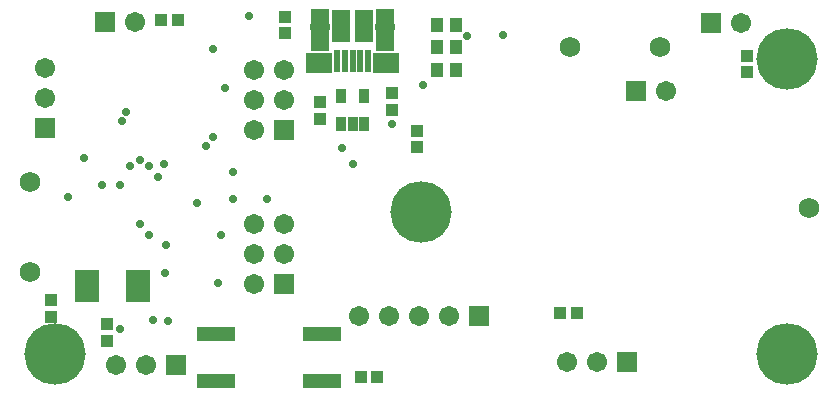
<source format=gts>
%FSTAX24Y24*%
%MOIN*%
%SFA1B1*%

%IPPOS*%
%ADD39R,0.043400X0.039500*%
%ADD40R,0.082800X0.110400*%
%ADD41R,0.126100X0.047400*%
%ADD42R,0.043400X0.045400*%
%ADD43R,0.023700X0.076900*%
%ADD44R,0.064100X0.106400*%
%ADD45R,0.059200X0.141900*%
%ADD46R,0.039500X0.043400*%
%ADD47R,0.033600X0.051300*%
%ADD48C,0.028000*%
%ADD49R,0.067100X0.067100*%
%ADD50C,0.067100*%
%ADD51R,0.067100X0.067100*%
%ADD52C,0.068000*%
%ADD53C,0.204900*%
%ADD54C,0.055200*%
%ADD55R,0.086700X0.065500*%
%LNskateboardpcb-1*%
%LPD*%
G54D39*
X00145Y002824D03*
Y003376D03*
X0033Y002024D03*
Y002576D03*
X0128Y010276D03*
Y009724D03*
X01365Y008474D03*
Y009026D03*
X0104Y009976D03*
Y009424D03*
X00925Y012274D03*
Y012826D03*
X02465Y011526D03*
Y010974D03*
G54D40*
X002654Y00385D03*
X004346D03*
G54D41*
X010472Y000663D03*
Y002237D03*
X006928Y000663D03*
Y002237D03*
G54D42*
X01493Y0118D03*
X0143D03*
X01493Y01105D03*
X0143D03*
X01493Y01255D03*
X0143D03*
G54D43*
X010988Y011353D03*
X011244D03*
X0115D03*
X011756D03*
X012012D03*
G54D44*
X011126Y012494D03*
X011874D03*
G54D45*
X010427Y012367D03*
X012573D03*
G54D46*
X018976Y00295D03*
X018424D03*
X011774Y0008D03*
X012326D03*
X005124Y0127D03*
X005676D03*
G54D47*
X011126Y010172D03*
X011874D03*
Y009228D03*
X0115D03*
X011126D03*
G54D48*
X00865Y00675D03*
X0075D03*
X0063Y0066D03*
X0052Y0079D03*
X00805Y01285D03*
X0153Y012178D03*
X0165Y0122D03*
X01385Y01055D03*
X01115Y00845D03*
X0128Y00925D03*
X0044Y00805D03*
Y0059D03*
X004707Y007857D03*
Y005557D03*
X002Y0068D03*
X004078Y007828D03*
X00375Y0072D03*
X00315D03*
X0066Y0085D03*
X00395Y00965D03*
X00685Y0088D03*
X0071Y00555D03*
X0038Y00935D03*
X005293Y005207D03*
X007Y00395D03*
X00255Y0081D03*
X0075Y00765D03*
X0115Y0079D03*
X00375Y0024D03*
X00525Y004263D03*
X00485Y0027D03*
X005022Y007472D03*
X005337Y002663D03*
X00725Y01045D03*
X00685Y01175D03*
G54D49*
X0157Y00285D03*
X02095Y01035D03*
X00325Y01265D03*
X02345Y0126D03*
X0056Y0012D03*
X02065Y0013D03*
G54D50*
X0147Y00285D03*
X0137D03*
X0127D03*
X0117D03*
X0082Y01105D03*
X0092D03*
X0082Y01005D03*
X0092D03*
X0082Y00905D03*
Y0059D03*
X0092D03*
X0082Y0049D03*
X0092D03*
X0082Y0039D03*
X02195Y01035D03*
X00425Y01265D03*
X02445Y0126D03*
X00125Y0111D03*
Y0101D03*
X0036Y0012D03*
X0046D03*
X01865Y0013D03*
X01965D03*
X010427Y012465D03*
X012573D03*
G54D51*
X0092Y00905D03*
Y0039D03*
X00125Y0091D03*
G54D52*
X0267Y00645D03*
X01875Y0118D03*
X02175D03*
X00075Y0043D03*
Y0073D03*
G54D53*
X025984Y001575D03*
Y011417D03*
X001575Y001575D03*
X01378Y006299D03*
G54D54*
X012455Y011272D03*
X010545D03*
G54D55*
X012612Y011272D03*
X010388D03*
M02*
</source>
